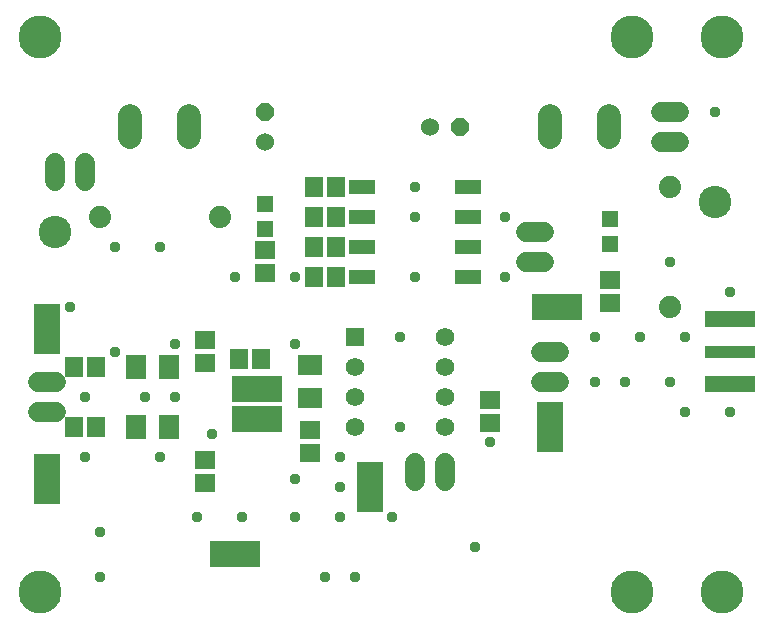
<source format=gbr>
G04 EAGLE Gerber RS-274X export*
G75*
%MOMM*%
%FSLAX34Y34*%
%LPD*%
%INSoldermask Top*%
%IPPOS*%
%AMOC8*
5,1,8,0,0,1.08239X$1,22.5*%
G01*
%ADD10C,3.632200*%
%ADD11C,1.993900*%
%ADD12P,1.649562X8X112.500000*%
%ADD13C,1.524000*%
%ADD14P,1.649562X8X22.500000*%
%ADD15R,2.003200X1.803200*%
%ADD16C,1.879600*%
%ADD17C,1.727200*%
%ADD18R,1.403200X1.403200*%
%ADD19R,1.503200X1.703200*%
%ADD20R,1.703200X1.503200*%
%ADD21R,2.209800X1.295400*%
%ADD22C,2.743200*%
%ADD23R,1.574800X1.574800*%
%ADD24C,1.574800*%
%ADD25R,4.303200X1.103200*%
%ADD26R,4.303200X1.453200*%
%ADD27R,1.803200X2.003200*%
%ADD28R,2.235200X4.267200*%
%ADD29R,4.267200X2.235200*%
%ADD30C,0.959600*%


D10*
X38100Y698500D03*
X615950Y698500D03*
X38100Y228600D03*
X615950Y228600D03*
X539750Y228600D03*
X539750Y698500D03*
D11*
X164700Y631254D02*
X164700Y613347D01*
X114700Y613347D02*
X114700Y631254D01*
X520300Y631254D02*
X520300Y613347D01*
X470300Y613347D02*
X470300Y631254D01*
D12*
X228600Y635000D03*
D13*
X228600Y609600D03*
D14*
X393700Y622300D03*
D13*
X368300Y622300D03*
D15*
X266700Y420400D03*
X266700Y392400D03*
D16*
X88900Y546100D03*
X190500Y546100D03*
X571500Y469900D03*
X571500Y571500D03*
D17*
X50800Y576580D02*
X50800Y591820D01*
X76200Y591820D02*
X76200Y576580D01*
X563880Y609600D02*
X579120Y609600D01*
X579120Y635000D02*
X563880Y635000D01*
D18*
X228600Y535600D03*
X228600Y556600D03*
X520700Y543900D03*
X520700Y522900D03*
D19*
X288900Y520700D03*
X269900Y520700D03*
X85700Y419100D03*
X66700Y419100D03*
D20*
X228600Y517500D03*
X228600Y498500D03*
X520700Y492100D03*
X520700Y473100D03*
X266700Y365100D03*
X266700Y346100D03*
D19*
X288900Y546100D03*
X269900Y546100D03*
X288900Y495300D03*
X269900Y495300D03*
X288900Y571500D03*
X269900Y571500D03*
D20*
X419100Y390500D03*
X419100Y371500D03*
D19*
X85700Y368300D03*
X66700Y368300D03*
D21*
X310642Y546100D03*
X400558Y546100D03*
X310642Y571500D03*
X400558Y571500D03*
X310642Y520700D03*
X400558Y520700D03*
X400558Y495300D03*
X310642Y495300D03*
D22*
X50800Y533400D03*
X609600Y558800D03*
D23*
X304800Y444500D03*
D24*
X304800Y419100D03*
X304800Y393700D03*
X304800Y368300D03*
X381000Y368300D03*
X381000Y393700D03*
X381000Y419100D03*
X381000Y444500D03*
D17*
X52070Y381000D02*
X36830Y381000D01*
X36830Y406400D02*
X52070Y406400D01*
X462280Y406400D02*
X477520Y406400D01*
X477520Y431800D02*
X462280Y431800D01*
X464820Y533400D02*
X449580Y533400D01*
X449580Y508000D02*
X464820Y508000D01*
X355600Y337820D02*
X355600Y322580D01*
X381000Y322580D02*
X381000Y337820D01*
D25*
X622300Y431800D03*
D26*
X622300Y404050D03*
X622300Y459550D03*
D27*
X119350Y419100D03*
X147350Y419100D03*
X119350Y368300D03*
X147350Y368300D03*
D28*
X44450Y450850D03*
X44450Y323850D03*
D29*
X222250Y400050D03*
X222250Y374650D03*
D28*
X469900Y368300D03*
X317500Y317500D03*
D29*
X476250Y469900D03*
D19*
X225400Y425450D03*
X206400Y425450D03*
D20*
X177800Y441300D03*
X177800Y422300D03*
X177800Y339700D03*
X177800Y320700D03*
D29*
X203200Y260350D03*
D30*
X88900Y279400D03*
X171450Y292100D03*
X76200Y342900D03*
X88900Y241300D03*
X209550Y292100D03*
X336550Y292100D03*
X292100Y342900D03*
X254000Y323850D03*
X152400Y438150D03*
X76200Y393700D03*
X101600Y431800D03*
X63500Y469900D03*
X254000Y495300D03*
X203200Y495300D03*
X431800Y546100D03*
X431800Y495300D03*
X419100Y355600D03*
X342900Y368300D03*
X622300Y381000D03*
X622300Y482600D03*
X546100Y444500D03*
X584200Y444500D03*
X533400Y406400D03*
X584200Y381000D03*
X508000Y406400D03*
X508000Y444500D03*
X571500Y508000D03*
X609600Y635000D03*
X406400Y266700D03*
X292100Y292100D03*
X292100Y317500D03*
X254000Y292100D03*
X184150Y361950D03*
X152400Y393700D03*
X127000Y393700D03*
X139700Y342900D03*
X101600Y520700D03*
X139700Y520700D03*
X304800Y241300D03*
X279400Y241300D03*
X355600Y571500D03*
X355600Y546100D03*
X355600Y495300D03*
X342900Y444500D03*
X254000Y438150D03*
X571500Y406400D03*
M02*

</source>
